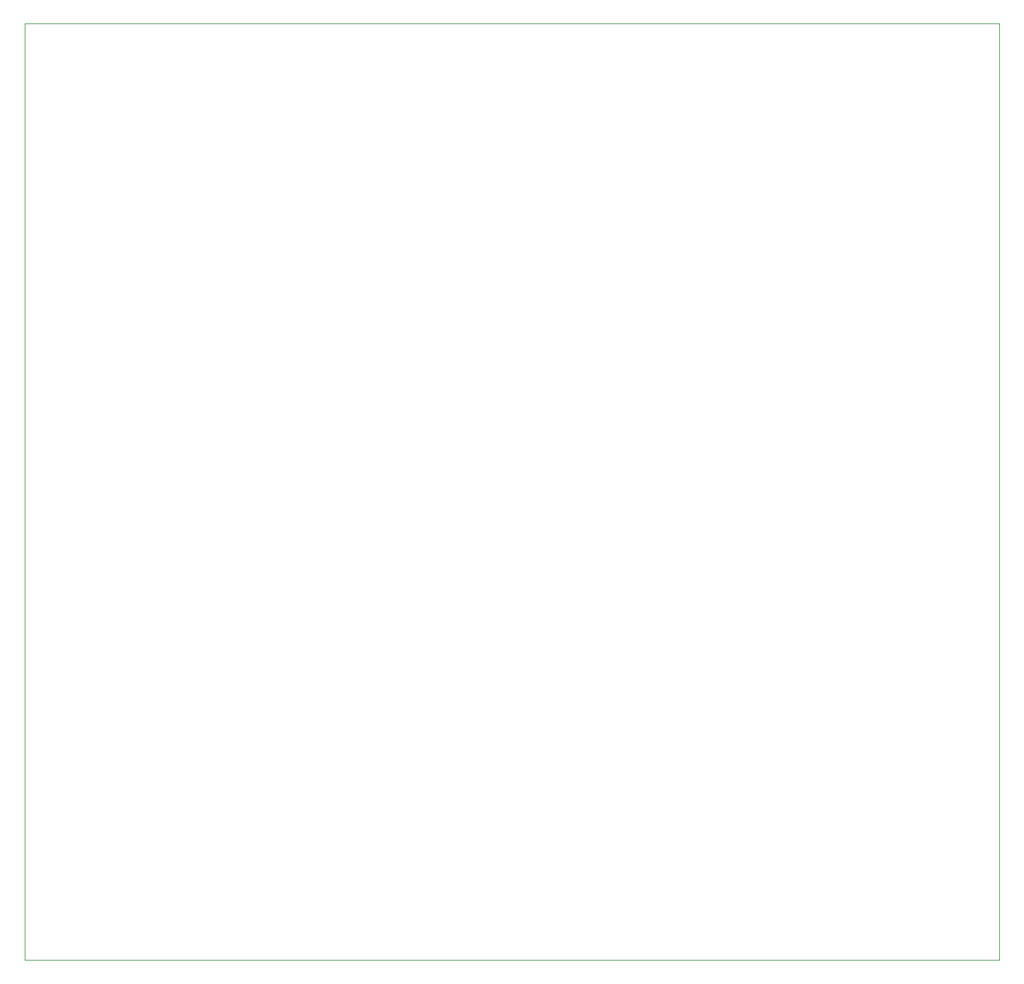
<source format=gbr>
G04 #@! TF.GenerationSoftware,KiCad,Pcbnew,7.0.6*
G04 #@! TF.CreationDate,2023-11-21T10:42:39+01:00*
G04 #@! TF.ProjectId,Mechatron_01,4d656368-6174-4726-9f6e-5f30312e6b69,rev?*
G04 #@! TF.SameCoordinates,Original*
G04 #@! TF.FileFunction,Profile,NP*
%FSLAX46Y46*%
G04 Gerber Fmt 4.6, Leading zero omitted, Abs format (unit mm)*
G04 Created by KiCad (PCBNEW 7.0.6) date 2023-11-21 10:42:39*
%MOMM*%
%LPD*%
G01*
G04 APERTURE LIST*
G04 #@! TA.AperFunction,Profile*
%ADD10C,0.100000*%
G04 #@! TD*
G04 APERTURE END LIST*
D10*
X20000000Y-20000000D02*
X150000000Y-20000000D01*
X150000000Y-145000000D01*
X20000000Y-145000000D01*
X20000000Y-20000000D01*
M02*

</source>
